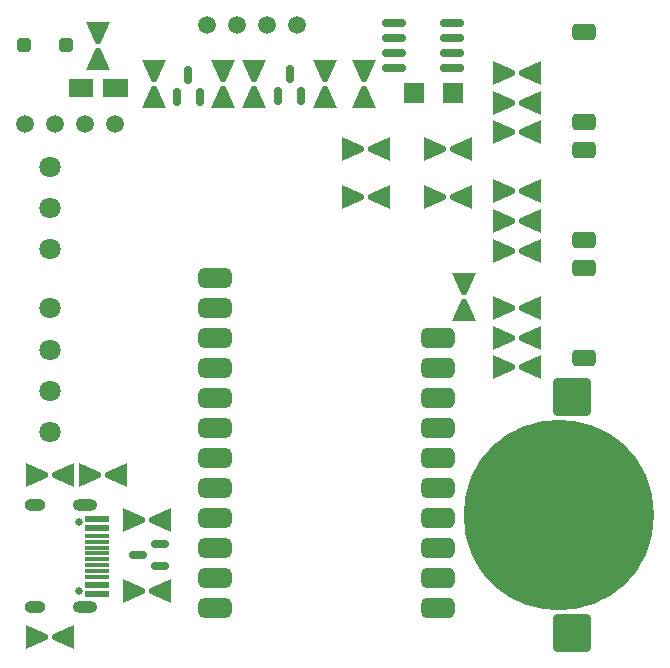
<source format=gts>
G04 #@! TF.GenerationSoftware,KiCad,Pcbnew,(6.0.10)*
G04 #@! TF.CreationDate,2023-10-08T01:52:56-06:00*
G04 #@! TF.ProjectId,ESP32C3_WordClock,45535033-3243-4335-9f57-6f7264436c6f,rev?*
G04 #@! TF.SameCoordinates,Original*
G04 #@! TF.FileFunction,Soldermask,Top*
G04 #@! TF.FilePolarity,Negative*
%FSLAX46Y46*%
G04 Gerber Fmt 4.6, Leading zero omitted, Abs format (unit mm)*
G04 Created by KiCad (PCBNEW (6.0.10)) date 2023-10-08 01:52:56*
%MOMM*%
%LPD*%
G01*
G04 APERTURE LIST*
G04 Aperture macros list*
%AMRoundRect*
0 Rectangle with rounded corners*
0 $1 Rounding radius*
0 $2 $3 $4 $5 $6 $7 $8 $9 X,Y pos of 4 corners*
0 Add a 4 corners polygon primitive as box body*
4,1,4,$2,$3,$4,$5,$6,$7,$8,$9,$2,$3,0*
0 Add four circle primitives for the rounded corners*
1,1,$1+$1,$2,$3*
1,1,$1+$1,$4,$5*
1,1,$1+$1,$6,$7*
1,1,$1+$1,$8,$9*
0 Add four rect primitives between the rounded corners*
20,1,$1+$1,$2,$3,$4,$5,0*
20,1,$1+$1,$4,$5,$6,$7,0*
20,1,$1+$1,$6,$7,$8,$9,0*
20,1,$1+$1,$8,$9,$2,$3,0*%
%AMOutline4P*
0 Free polygon, 4 corners , with rotation*
0 The origin of the aperture is its center*
0 number of corners: always 4*
0 $1 to $8 corner X, Y*
0 $9 Rotation angle, in degrees counterclockwise*
0 create outline with 4 corners*
4,1,4,$1,$2,$3,$4,$5,$6,$7,$8,$1,$2,$9*%
%AMFreePoly0*
4,1,6,1.000000,0.000000,0.500000,-0.750000,-0.500000,-0.750000,-0.500000,0.750000,0.500000,0.750000,1.000000,0.000000,1.000000,0.000000,$1*%
G04 Aperture macros list end*
%ADD10C,8.075000*%
%ADD11C,8.000000*%
%ADD12RoundRect,0.320000X-1.280000X1.280000X-1.280000X-1.280000X1.280000X-1.280000X1.280000X1.280000X0*%
%ADD13Outline4P,-0.900000X-1.000000X0.900000X-0.200000X0.900000X0.200000X-0.900000X1.000000X0.000000*%
%ADD14Outline4P,-0.900000X-0.200000X0.900000X-1.000000X0.900000X1.000000X-0.900000X0.200000X0.000000*%
%ADD15C,0.650000*%
%ADD16R,2.145000X0.600000*%
%ADD17R,2.145000X0.300000*%
%ADD18O,1.800000X1.000000*%
%ADD19O,2.100000X1.000000*%
%ADD20R,1.750000X1.800000*%
%ADD21RoundRect,0.150000X0.825000X0.150000X-0.825000X0.150000X-0.825000X-0.150000X0.825000X-0.150000X0*%
%ADD22RoundRect,0.412500X-0.987500X-0.412500X0.987500X-0.412500X0.987500X0.412500X-0.987500X0.412500X0*%
%ADD23RoundRect,0.425000X-0.975000X-0.425000X0.975000X-0.425000X0.975000X0.425000X-0.975000X0.425000X0*%
%ADD24RoundRect,0.350000X0.650000X-0.350000X0.650000X0.350000X-0.650000X0.350000X-0.650000X-0.350000X0*%
%ADD25Outline4P,-0.900000X-1.000000X0.900000X-0.200000X0.900000X0.200000X-0.900000X1.000000X180.000000*%
%ADD26Outline4P,-0.900000X-0.200000X0.900000X-1.000000X0.900000X1.000000X-0.900000X0.200000X180.000000*%
%ADD27Outline4P,-0.900000X-1.000000X0.900000X-0.200000X0.900000X0.200000X-0.900000X1.000000X270.000000*%
%ADD28Outline4P,-0.900000X-0.200000X0.900000X-1.000000X0.900000X1.000000X-0.900000X0.200000X270.000000*%
%ADD29RoundRect,0.300000X-0.300000X-0.300000X0.300000X-0.300000X0.300000X0.300000X-0.300000X0.300000X0*%
%ADD30Outline4P,-0.900000X-1.000000X0.900000X-0.200000X0.900000X0.200000X-0.900000X1.000000X90.000000*%
%ADD31Outline4P,-0.900000X-0.200000X0.900000X-1.000000X0.900000X1.000000X-0.900000X0.200000X90.000000*%
%ADD32RoundRect,0.150000X0.150000X-0.587500X0.150000X0.587500X-0.150000X0.587500X-0.150000X-0.587500X0*%
%ADD33RoundRect,0.150000X0.587500X0.150000X-0.587500X0.150000X-0.587500X-0.150000X0.587500X-0.150000X0*%
%ADD34FreePoly0,0.000000*%
%ADD35FreePoly0,180.000000*%
%ADD36R,1.500000X1.500000*%
%ADD37C,1.500000*%
%ADD38C,1.800000*%
G04 APERTURE END LIST*
D10*
X110937500Y-98100000D02*
G75*
G03*
X110937500Y-98100000I-4037500J0D01*
G01*
D11*
X106900000Y-98100000D03*
D12*
X108050000Y-88100000D03*
X108050000Y-108100000D03*
D13*
X89500000Y-71200000D03*
D14*
X91700000Y-71200000D03*
D15*
X66270000Y-98710000D03*
X66270000Y-104490000D03*
D16*
X67842500Y-98400000D03*
X67842500Y-99200000D03*
D17*
X67842500Y-100350000D03*
X67842500Y-101350000D03*
X67842500Y-101850000D03*
X67842500Y-102850000D03*
D16*
X67842500Y-104000000D03*
X67842500Y-104800000D03*
X67842500Y-104800000D03*
X67842500Y-104000000D03*
D17*
X67842500Y-103350000D03*
X67842500Y-102350000D03*
X67842500Y-100850000D03*
X67842500Y-99850000D03*
D16*
X67842500Y-99200000D03*
X67842500Y-98400000D03*
D18*
X62590000Y-97280000D03*
X62590000Y-105920000D03*
D19*
X66770000Y-97280000D03*
X66770000Y-105920000D03*
D20*
X97925000Y-62400000D03*
X94675000Y-62400000D03*
D21*
X92925000Y-60205000D03*
X92925000Y-58935000D03*
X92925000Y-57665000D03*
X92925000Y-56395000D03*
X97875000Y-56395000D03*
X97875000Y-57665000D03*
X97875000Y-58935000D03*
X97875000Y-60205000D03*
D22*
X77767500Y-78050000D03*
X77767500Y-80590000D03*
X77767500Y-83130000D03*
X77767500Y-85670000D03*
X77767500Y-88210000D03*
X77767500Y-90750000D03*
X77767500Y-93290000D03*
X77767500Y-95830000D03*
X77767500Y-98370000D03*
X77767500Y-100910000D03*
X77767500Y-103450000D03*
X77767500Y-105990000D03*
D23*
X96647500Y-105990000D03*
X96647500Y-103450000D03*
X96647500Y-100910000D03*
X96647500Y-98370000D03*
X96647500Y-95830000D03*
X96647500Y-93290000D03*
X96647500Y-90750000D03*
X96647500Y-88210000D03*
X96647500Y-85670000D03*
X96647500Y-83130000D03*
D24*
X109000000Y-77200000D03*
X109000000Y-84800000D03*
X109000000Y-67200000D03*
X109000000Y-74800000D03*
X109000000Y-64800000D03*
X109000000Y-57200000D03*
D25*
X98600000Y-71200000D03*
D26*
X96400000Y-71200000D03*
D25*
X98600000Y-67100000D03*
D26*
X96400000Y-67100000D03*
D27*
X67900000Y-57300000D03*
D28*
X67900000Y-59500000D03*
D29*
X65150000Y-58300000D03*
X61650000Y-58300000D03*
D25*
X104500000Y-80600000D03*
D26*
X102300000Y-80600000D03*
D25*
X104500000Y-70700000D03*
D26*
X102300000Y-70700000D03*
X102300000Y-60700000D03*
D25*
X104500000Y-60700000D03*
D26*
X102300000Y-83100000D03*
D25*
X104500000Y-83100000D03*
X104500000Y-73200000D03*
D26*
X102300000Y-73200000D03*
X102300000Y-63200000D03*
D25*
X104500000Y-63200000D03*
D30*
X81100000Y-62700000D03*
D31*
X81100000Y-60500000D03*
D30*
X72600000Y-62700000D03*
D31*
X72600000Y-60500000D03*
D28*
X87100000Y-62700000D03*
D27*
X87100000Y-60500000D03*
D28*
X78500000Y-62700000D03*
D27*
X78500000Y-60500000D03*
D25*
X73100000Y-98500000D03*
D26*
X70900000Y-98500000D03*
D14*
X73100000Y-104500000D03*
D13*
X70900000Y-104500000D03*
D32*
X84100000Y-60762500D03*
X85050000Y-62637500D03*
X83150000Y-62637500D03*
X75537500Y-60800000D03*
X76487500Y-62675000D03*
X74587500Y-62675000D03*
D33*
X73137500Y-102450000D03*
X73137500Y-100550000D03*
X71262500Y-101500000D03*
D34*
X65900000Y-61900000D03*
D35*
X69900000Y-61900000D03*
D36*
X69100000Y-61900000D03*
X66700000Y-61900000D03*
D37*
X77090000Y-56600000D03*
X79630000Y-56600000D03*
X82170000Y-56600000D03*
X84710000Y-56600000D03*
D38*
X63800000Y-91100000D03*
X63800000Y-87600000D03*
X63800000Y-84100000D03*
X63800000Y-80600000D03*
D37*
X69310000Y-65000000D03*
X66770000Y-65000000D03*
X64230000Y-65000000D03*
X61690000Y-65000000D03*
D38*
X63800000Y-68600000D03*
X63800000Y-72100000D03*
X63800000Y-75600000D03*
D25*
X69400000Y-94700000D03*
D26*
X67200000Y-94700000D03*
D25*
X64900000Y-94700000D03*
D26*
X62700000Y-94700000D03*
D25*
X64900000Y-108400000D03*
D26*
X62700000Y-108400000D03*
D13*
X89500000Y-67100000D03*
D14*
X91700000Y-67100000D03*
D25*
X104500000Y-85600000D03*
D26*
X102300000Y-85600000D03*
D25*
X104500000Y-75700000D03*
D26*
X102300000Y-75700000D03*
X102300000Y-65700000D03*
D25*
X104500000Y-65700000D03*
D27*
X98900000Y-78500000D03*
D28*
X98900000Y-80700000D03*
D31*
X90400000Y-60500000D03*
D30*
X90400000Y-62700000D03*
M02*

</source>
